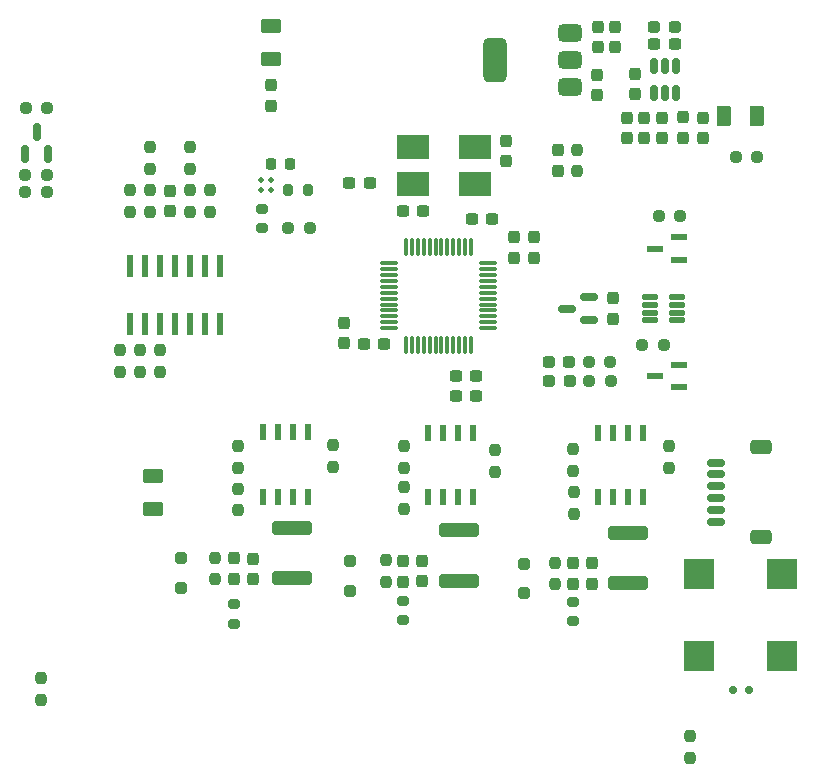
<source format=gtp>
G04 #@! TF.GenerationSoftware,KiCad,Pcbnew,9.0.1*
G04 #@! TF.CreationDate,2025-05-09T16:55:27+02:00*
G04 #@! TF.ProjectId,SIGURD,53494755-5244-42e6-9b69-6361645f7063,rev?*
G04 #@! TF.SameCoordinates,Original*
G04 #@! TF.FileFunction,Paste,Top*
G04 #@! TF.FilePolarity,Positive*
%FSLAX46Y46*%
G04 Gerber Fmt 4.6, Leading zero omitted, Abs format (unit mm)*
G04 Created by KiCad (PCBNEW 9.0.1) date 2025-05-09 16:55:27*
%MOMM*%
%LPD*%
G01*
G04 APERTURE LIST*
G04 Aperture macros list*
%AMRoundRect*
0 Rectangle with rounded corners*
0 $1 Rounding radius*
0 $2 $3 $4 $5 $6 $7 $8 $9 X,Y pos of 4 corners*
0 Add a 4 corners polygon primitive as box body*
4,1,4,$2,$3,$4,$5,$6,$7,$8,$9,$2,$3,0*
0 Add four circle primitives for the rounded corners*
1,1,$1+$1,$2,$3*
1,1,$1+$1,$4,$5*
1,1,$1+$1,$6,$7*
1,1,$1+$1,$8,$9*
0 Add four rect primitives between the rounded corners*
20,1,$1+$1,$2,$3,$4,$5,0*
20,1,$1+$1,$4,$5,$6,$7,0*
20,1,$1+$1,$6,$7,$8,$9,0*
20,1,$1+$1,$8,$9,$2,$3,0*%
G04 Aperture macros list end*
%ADD10RoundRect,0.237500X-0.237500X0.250000X-0.237500X-0.250000X0.237500X-0.250000X0.237500X0.250000X0*%
%ADD11RoundRect,0.237500X0.300000X0.237500X-0.300000X0.237500X-0.300000X-0.237500X0.300000X-0.237500X0*%
%ADD12RoundRect,0.237500X-0.237500X0.300000X-0.237500X-0.300000X0.237500X-0.300000X0.237500X0.300000X0*%
%ADD13R,1.320800X0.558800*%
%ADD14RoundRect,0.237500X0.237500X-0.300000X0.237500X0.300000X-0.237500X0.300000X-0.237500X-0.300000X0*%
%ADD15RoundRect,0.075000X-0.075000X0.662500X-0.075000X-0.662500X0.075000X-0.662500X0.075000X0.662500X0*%
%ADD16RoundRect,0.075000X-0.662500X0.075000X-0.662500X-0.075000X0.662500X-0.075000X0.662500X0.075000X0*%
%ADD17RoundRect,0.237500X0.237500X-0.287500X0.237500X0.287500X-0.237500X0.287500X-0.237500X-0.287500X0*%
%ADD18RoundRect,0.112500X-0.112500X-0.112500X0.112500X-0.112500X0.112500X0.112500X-0.112500X0.112500X0*%
%ADD19RoundRect,0.200000X0.200000X0.275000X-0.200000X0.275000X-0.200000X-0.275000X0.200000X-0.275000X0*%
%ADD20RoundRect,0.250000X0.375000X0.625000X-0.375000X0.625000X-0.375000X-0.625000X0.375000X-0.625000X0*%
%ADD21RoundRect,0.237500X-0.250000X-0.237500X0.250000X-0.237500X0.250000X0.237500X-0.250000X0.237500X0*%
%ADD22RoundRect,0.200000X-0.275000X0.200000X-0.275000X-0.200000X0.275000X-0.200000X0.275000X0.200000X0*%
%ADD23R,0.533400X1.460500*%
%ADD24RoundRect,0.150000X0.150000X0.200000X-0.150000X0.200000X-0.150000X-0.200000X0.150000X-0.200000X0*%
%ADD25RoundRect,0.375000X0.625000X0.375000X-0.625000X0.375000X-0.625000X-0.375000X0.625000X-0.375000X0*%
%ADD26RoundRect,0.500000X0.500000X1.400000X-0.500000X1.400000X-0.500000X-1.400000X0.500000X-1.400000X0*%
%ADD27RoundRect,0.237500X0.250000X0.237500X-0.250000X0.237500X-0.250000X-0.237500X0.250000X-0.237500X0*%
%ADD28RoundRect,0.237500X0.287500X0.237500X-0.287500X0.237500X-0.287500X-0.237500X0.287500X-0.237500X0*%
%ADD29RoundRect,0.250000X-0.625000X0.375000X-0.625000X-0.375000X0.625000X-0.375000X0.625000X0.375000X0*%
%ADD30RoundRect,0.237500X-0.237500X0.287500X-0.237500X-0.287500X0.237500X-0.287500X0.237500X0.287500X0*%
%ADD31RoundRect,0.250000X1.450000X-0.312500X1.450000X0.312500X-1.450000X0.312500X-1.450000X-0.312500X0*%
%ADD32RoundRect,0.250000X-0.250000X0.250000X-0.250000X-0.250000X0.250000X-0.250000X0.250000X0.250000X0*%
%ADD33RoundRect,0.150000X0.625000X-0.150000X0.625000X0.150000X-0.625000X0.150000X-0.625000X-0.150000X0*%
%ADD34RoundRect,0.250000X0.650000X-0.350000X0.650000X0.350000X-0.650000X0.350000X-0.650000X-0.350000X0*%
%ADD35RoundRect,0.237500X0.237500X-0.250000X0.237500X0.250000X-0.237500X0.250000X-0.237500X-0.250000X0*%
%ADD36RoundRect,0.200000X0.275000X-0.200000X0.275000X0.200000X-0.275000X0.200000X-0.275000X-0.200000X0*%
%ADD37R,2.500000X2.500000*%
%ADD38RoundRect,0.150000X0.150000X-0.512500X0.150000X0.512500X-0.150000X0.512500X-0.150000X-0.512500X0*%
%ADD39R,0.558800X1.981200*%
%ADD40RoundRect,0.150000X0.587500X0.150000X-0.587500X0.150000X-0.587500X-0.150000X0.587500X-0.150000X0*%
%ADD41RoundRect,0.218750X0.218750X0.256250X-0.218750X0.256250X-0.218750X-0.256250X0.218750X-0.256250X0*%
%ADD42RoundRect,0.237500X-0.300000X-0.237500X0.300000X-0.237500X0.300000X0.237500X-0.300000X0.237500X0*%
%ADD43R,2.700000X2.100000*%
%ADD44RoundRect,0.125000X-0.537500X-0.125000X0.537500X-0.125000X0.537500X0.125000X-0.537500X0.125000X0*%
%ADD45RoundRect,0.150000X0.150000X-0.587500X0.150000X0.587500X-0.150000X0.587500X-0.150000X-0.587500X0*%
G04 APERTURE END LIST*
D10*
X87642518Y-87041501D03*
X87642518Y-88866501D03*
D11*
X102862501Y-86450000D03*
X101137499Y-86450000D03*
D12*
X122150000Y-73187500D03*
X122150000Y-74912500D03*
D13*
X129051767Y-92919752D03*
X129051767Y-91019750D03*
X127019767Y-91969751D03*
D10*
X128189517Y-108677501D03*
X128189517Y-110502501D03*
D14*
X100700000Y-99992501D03*
X100700000Y-98267499D03*
D15*
X111434517Y-91790001D03*
X110934517Y-91790001D03*
X110434517Y-91790001D03*
X109934516Y-91790001D03*
X109434517Y-91790001D03*
X108934517Y-91790001D03*
X108434517Y-91790001D03*
X107934517Y-91790001D03*
X107434518Y-91790001D03*
X106934517Y-91790001D03*
X106434517Y-91790001D03*
X105934517Y-91790001D03*
D16*
X104522017Y-93202501D03*
X104522017Y-93702501D03*
X104522017Y-94202501D03*
X104522017Y-94702502D03*
X104522017Y-95202501D03*
X104522017Y-95702501D03*
X104522017Y-96202501D03*
X104522017Y-96702501D03*
X104522017Y-97202500D03*
X104522017Y-97702501D03*
X104522017Y-98202501D03*
X104522017Y-98702501D03*
D15*
X105934517Y-100115001D03*
X106434517Y-100115001D03*
X106934517Y-100115001D03*
X107434518Y-100115001D03*
X107934517Y-100115001D03*
X108434517Y-100115001D03*
X108934517Y-100115001D03*
X109434517Y-100115001D03*
X109934516Y-100115001D03*
X110434517Y-100115001D03*
X110934517Y-100115001D03*
X111434517Y-100115001D03*
D16*
X112847017Y-98702501D03*
X112847017Y-98202501D03*
X112847017Y-97702501D03*
X112847017Y-97202500D03*
X112847017Y-96702501D03*
X112847017Y-96202501D03*
X112847017Y-95702501D03*
X112847017Y-95202501D03*
X112847017Y-94702502D03*
X112847017Y-94202501D03*
X112847017Y-93702501D03*
X112847017Y-93202501D03*
D17*
X91360483Y-119930000D03*
X91360483Y-118180000D03*
D18*
X93675000Y-86175000D03*
X94525000Y-86175000D03*
X94525000Y-87025000D03*
X93675000Y-87025000D03*
D19*
X97625000Y-87000000D03*
X95975000Y-87000000D03*
D20*
X135650000Y-80750000D03*
X132850000Y-80750000D03*
D11*
X128662500Y-74670098D03*
X126937500Y-74670098D03*
D21*
X121440000Y-103190000D03*
X123265000Y-103190000D03*
D22*
X105700000Y-121775000D03*
X105700000Y-123425000D03*
D23*
X111639517Y-107560851D03*
X110369517Y-107560851D03*
X109099517Y-107560851D03*
X107829517Y-107560851D03*
X107829517Y-113009151D03*
X109099517Y-113009151D03*
X110369517Y-113009151D03*
X111639517Y-113009151D03*
D10*
X81705613Y-100558315D03*
X81705613Y-102383315D03*
D24*
X133600000Y-129300000D03*
X135000000Y-129300000D03*
D10*
X120102017Y-108965001D03*
X120102017Y-110790001D03*
D25*
X119800000Y-78300000D03*
X119800000Y-76000000D03*
D26*
X113500000Y-76000000D03*
D25*
X119800000Y-73700000D03*
D27*
X129148267Y-89241251D03*
X127323267Y-89241251D03*
D12*
X122100000Y-77237500D03*
X122100000Y-78962500D03*
D28*
X119759998Y-101570000D03*
X118010000Y-101570000D03*
D29*
X84500000Y-111250000D03*
X84500000Y-114050000D03*
D12*
X126100000Y-80870098D03*
X126100000Y-82595098D03*
D30*
X121700000Y-118585001D03*
X121700000Y-120335001D03*
D14*
X115052017Y-92731290D03*
X115052017Y-91006288D03*
D17*
X94500000Y-79875000D03*
X94500000Y-78125000D03*
D31*
X110400000Y-120075000D03*
X110400000Y-115800000D03*
D32*
X115900000Y-118642501D03*
X115900000Y-121142501D03*
D33*
X132134517Y-115090001D03*
X132134517Y-114090001D03*
X132134517Y-113090001D03*
X132134517Y-112090001D03*
X132134517Y-111090001D03*
X132134517Y-110090001D03*
D34*
X136009517Y-116390001D03*
X136009517Y-108790001D03*
D30*
X107290000Y-118390001D03*
X107290000Y-120140001D03*
D12*
X123435767Y-96178751D03*
X123435767Y-97903751D03*
D21*
X133837500Y-84250000D03*
X135662500Y-84250000D03*
D14*
X125350000Y-78912500D03*
X125350000Y-77187500D03*
D22*
X120030000Y-121875000D03*
X120030000Y-123525000D03*
D35*
X89339574Y-88866501D03*
X89339574Y-87041501D03*
D36*
X93700000Y-90225000D03*
X93700000Y-88575000D03*
D29*
X94500000Y-73100000D03*
X94500000Y-75900000D03*
D37*
X130750000Y-126500000D03*
X137750000Y-126500000D03*
X137750000Y-119500000D03*
X130750000Y-119500000D03*
D12*
X85945462Y-87091500D03*
X85945462Y-88816502D03*
X114400000Y-82837499D03*
X114400000Y-84562501D03*
D28*
X128675000Y-73170098D03*
X126925000Y-73170098D03*
D12*
X127600000Y-80870098D03*
X127600000Y-82595098D03*
D11*
X111897018Y-104487058D03*
X110172016Y-104487058D03*
D10*
X84248405Y-87041501D03*
X84248405Y-88866501D03*
D35*
X118530000Y-120405000D03*
X118530000Y-118580000D03*
D10*
X84248405Y-83364546D03*
X84248405Y-85189546D03*
D27*
X75512500Y-85700000D03*
X73687500Y-85700000D03*
D21*
X73700000Y-87190001D03*
X75525000Y-87190001D03*
D31*
X96300000Y-119875000D03*
X96300000Y-115600000D03*
D28*
X119809516Y-103190001D03*
X118059518Y-103190001D03*
D10*
X120154517Y-112587500D03*
X120154517Y-114412500D03*
X87642518Y-83364546D03*
X87642518Y-85189546D03*
X113450000Y-109050000D03*
X113450000Y-110875000D03*
D38*
X126900000Y-78775000D03*
X127850000Y-78775000D03*
X128800000Y-78775000D03*
X128800000Y-76500000D03*
X127850000Y-76500000D03*
X126900000Y-76500000D03*
D12*
X124600000Y-80870098D03*
X124600000Y-82595098D03*
D30*
X118800000Y-83650000D03*
X118800000Y-85400000D03*
D17*
X120070000Y-120360000D03*
X120070000Y-118610000D03*
D39*
X90182518Y-93399147D03*
X88912518Y-93399147D03*
X87642518Y-93399147D03*
X86372518Y-93399147D03*
X85102518Y-93399147D03*
X83832518Y-93399147D03*
X82562518Y-93399147D03*
X82562518Y-98326747D03*
X83832518Y-98326747D03*
X85102518Y-98326747D03*
X86372518Y-98326747D03*
X87642518Y-98326747D03*
X88912518Y-98326747D03*
X90182518Y-98326747D03*
D10*
X91724517Y-112287500D03*
X91724517Y-114112500D03*
D30*
X93010483Y-118225000D03*
X93010483Y-119975000D03*
D11*
X111897018Y-102790001D03*
X110172016Y-102790001D03*
D17*
X129350000Y-82607598D03*
X129350000Y-80857598D03*
D35*
X104234517Y-120197501D03*
X104234517Y-118372501D03*
D22*
X91400000Y-122075000D03*
X91400000Y-123725000D03*
D23*
X125964517Y-107585001D03*
X124694517Y-107585001D03*
X123424517Y-107585001D03*
X122154517Y-107585001D03*
X122154517Y-113033301D03*
X123424517Y-113033301D03*
X124694517Y-113033301D03*
X125964517Y-113033301D03*
D11*
X107362501Y-88800000D03*
X105637499Y-88800000D03*
D40*
X121435767Y-97991251D03*
X121435767Y-96091251D03*
X119560767Y-97041251D03*
D17*
X105700000Y-120200000D03*
X105700000Y-118450000D03*
D23*
X97594517Y-107515851D03*
X96324517Y-107515851D03*
X95054517Y-107515851D03*
X93784517Y-107515851D03*
X93784517Y-112964151D03*
X95054517Y-112964151D03*
X96324517Y-112964151D03*
X97594517Y-112964151D03*
D10*
X129950000Y-133237500D03*
X129950000Y-135062500D03*
D21*
X125922017Y-100090001D03*
X127747017Y-100090001D03*
D10*
X105769517Y-108677501D03*
X105769517Y-110502501D03*
D32*
X101200000Y-118430001D03*
X101200000Y-120930001D03*
D10*
X99724517Y-108632501D03*
X99724517Y-110457501D03*
X75000000Y-128325000D03*
X75000000Y-130150000D03*
D35*
X82551349Y-88866501D03*
X82551349Y-87041501D03*
D41*
X96100000Y-84800000D03*
X94525000Y-84800000D03*
D14*
X116749073Y-92731290D03*
X116749073Y-91006288D03*
D32*
X86900000Y-118200000D03*
X86900000Y-120700000D03*
D42*
X111502507Y-89450654D03*
X113227509Y-89450654D03*
D43*
X111800000Y-83400000D03*
X106500002Y-83400000D03*
X106500002Y-86500000D03*
X111800000Y-86500000D03*
D27*
X97762500Y-90200000D03*
X95937500Y-90200000D03*
D10*
X105800000Y-112187500D03*
X105800000Y-114012500D03*
D35*
X89800000Y-119967500D03*
X89800000Y-118142500D03*
D44*
X126598267Y-96091251D03*
X126598267Y-96741251D03*
X126598267Y-97391251D03*
X126598267Y-98041251D03*
X128873267Y-98041251D03*
X128873267Y-97391251D03*
X128873267Y-96741251D03*
X128873267Y-96091251D03*
D31*
X124700000Y-120300000D03*
X124700000Y-116025000D03*
D21*
X121409517Y-101530000D03*
X123234517Y-101530000D03*
D14*
X131100000Y-82595098D03*
X131100000Y-80870098D03*
D10*
X120400000Y-83587500D03*
X120400000Y-85412500D03*
D12*
X123650000Y-73187500D03*
X123650000Y-74912500D03*
D27*
X75562500Y-80050000D03*
X73737500Y-80050000D03*
D13*
X129001767Y-103691253D03*
X129001767Y-101791251D03*
X126969767Y-102741252D03*
D35*
X83402670Y-102383315D03*
X83402670Y-100558315D03*
X91724517Y-110545001D03*
X91724517Y-108720001D03*
D10*
X85099726Y-100558315D03*
X85099726Y-102383315D03*
D45*
X73700000Y-83937500D03*
X75600000Y-83937500D03*
X74650000Y-82062500D03*
D11*
X104062501Y-100050000D03*
X102337499Y-100050000D03*
M02*

</source>
